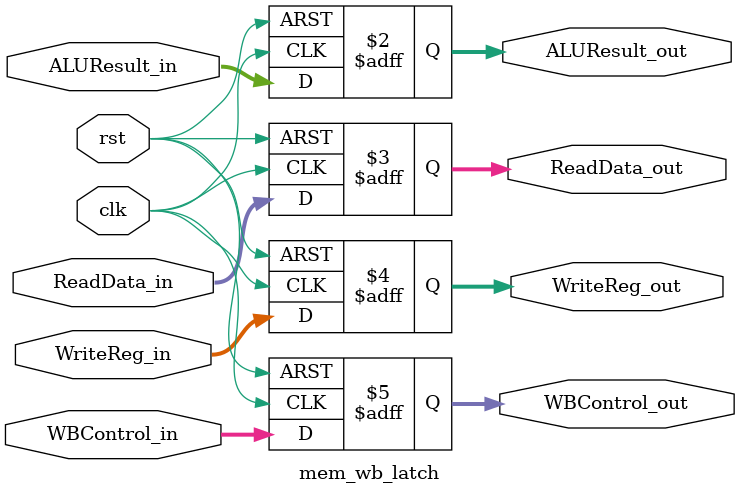
<source format=v>
`timescale 1ns / 1ps

module mem_wb_latch(
    input clk, rst,
    input [31:0] ALUResult_in,
    input [31:0] ReadData_in,
    input [4:0] WriteReg_in,
    input [1:0] WBControl_in,
    output reg [31:0] ALUResult_out,
    output reg [31:0] ReadData_out,
    output reg [4:0] WriteReg_out,
    output reg [1:0] WBControl_out
);

    always @(posedge clk or posedge rst) begin
        if (rst) begin
            ALUResult_out <= 32'b0;
            ReadData_out  <= 32'b0;
            WriteReg_out  <= 5'b0;
            WBControl_out <= 2'b0;
        end else begin
            ALUResult_out <= ALUResult_in;
            ReadData_out  <= ReadData_in;
            WriteReg_out  <= WriteReg_in;
            WBControl_out <= WBControl_in;
        end
    end
endmodule

</source>
